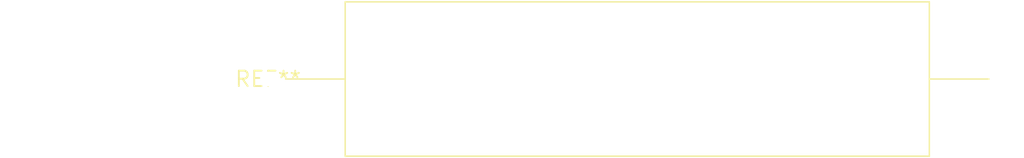
<source format=kicad_pcb>
(kicad_pcb (version 20240108) (generator pcbnew)
  (layers (0 "F.Cu" signal) (31 "B.Cu" signal) (34 "B.Paste" user) (35 "F.Paste" user) (36 "B.SilkS" user "B.Silkscreen") (37 "F.SilkS" user "F.Silkscreen") (38 "B.Mask" user) (39 "F.Mask" user) (44 "Edge.Cuts" user))
  (net 0 "")
  (footprint "R_Axial_Power_L48.0mm_W12.5mm_P60.96mm" (layer "F.Cu") (at 0 0)
    (property "Reference" "REF**")
    (property "Value" "R_Axial_Power_L48.0mm_W12.5mm_P60.96mm")
    (fp_line (start 1.44 0) (end 6.36 0) (layer "F.SilkS") (stroke (width 0.12)))
    (fp_line (start 6.36 -6.37) (end 6.36 6.37) (layer "F.SilkS") (stroke (width 0.12)))
    (fp_line (start 6.36 6.37) (end 54.6 6.37) (layer "F.SilkS") (stroke (width 0.12)))
    (fp_line (start 54.6 -6.37) (end 6.36 -6.37) (layer "F.SilkS") (stroke (width 0.12)))
    (fp_line (start 54.6 6.37) (end 54.6 -6.37) (layer "F.SilkS") (stroke (width 0.12)))
    (fp_line (start 59.52 0) (end 54.6 0) (layer "F.SilkS") (stroke (width 0.12)))
    (pad "1" thru_hole circle (at 0 0) (size 2.4 2.4) (drill 1.2) (layers *.Cu *.Mask) (remove_unused_layers))
    (pad "2" thru_hole oval (at 60.96 0) (size 2.4 2.4) (drill 1.2) (layers *.Cu *.Mask) (remove_unused_layers))
  )
)
</source>
